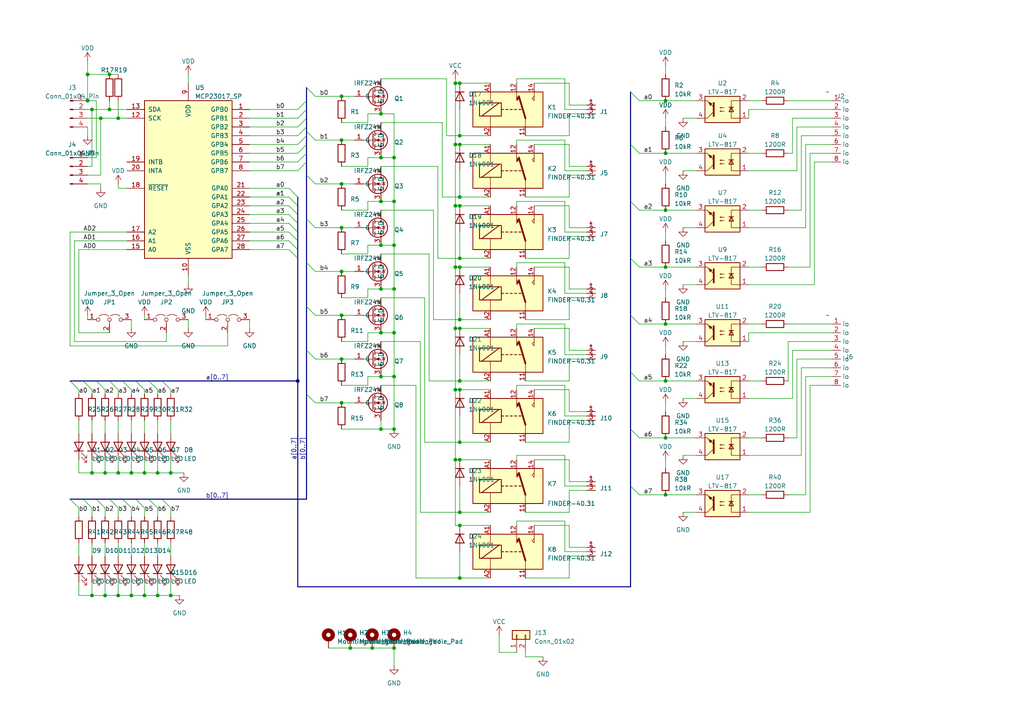
<source format=kicad_sch>
(kicad_sch (version 20230121) (generator eeschema)
  (paper "A4")
  (junction (at 133.35 74.93))
  (junction (at 26.67 31.75))
  (junction (at 29.21 34.29))
  (junction (at 132.08 77.47))
  (junction (at 45.72 137.16))
  (junction (at 99.06 116.84))
  (junction (at 133.35 57.15))
  (junction (at 110.49 83.82))
  (junction (at 193.04 60.96))
  (junction (at 110.49 96.52))
  (junction (at 34.29 34.29))
  (junction (at 86.36 110.49))
  (junction (at 114.3 109.22))
  (junction (at 133.35 152.4))
  (junction (at 133.35 24.13))
  (junction (at 34.29 172.72))
  (junction (at 133.35 95.25))
  (junction (at 132.08 24.13))
  (junction (at 133.35 133.35))
  (junction (at 110.49 124.46))
  (junction (at 132.08 95.25))
  (junction (at 30.48 137.16))
  (junction (at 30.48 172.72))
  (junction (at 114.3 45.72))
  (junction (at 114.3 83.82))
  (junction (at 132.08 59.69))
  (junction (at 110.49 58.42))
  (junction (at 133.35 59.69))
  (junction (at 193.04 77.47))
  (junction (at 99.06 53.34))
  (junction (at 133.35 92.71))
  (junction (at 193.04 29.21))
  (junction (at 99.06 104.14))
  (junction (at 101.6 187.96))
  (junction (at 99.06 66.04))
  (junction (at 133.35 39.37))
  (junction (at 132.08 113.03))
  (junction (at 114.3 96.52))
  (junction (at 193.04 127))
  (junction (at 38.1 137.16))
  (junction (at 99.06 78.74))
  (junction (at 41.91 137.16))
  (junction (at 132.08 41.91))
  (junction (at 133.35 41.91))
  (junction (at 38.1 172.72))
  (junction (at 26.67 172.72))
  (junction (at 31.75 31.75))
  (junction (at 25.4 29.21))
  (junction (at 99.06 27.94))
  (junction (at 132.08 133.35))
  (junction (at 110.49 109.22))
  (junction (at 114.3 124.46))
  (junction (at 133.35 110.49))
  (junction (at 41.91 172.72))
  (junction (at 110.49 45.72))
  (junction (at 114.3 187.96))
  (junction (at 114.3 58.42))
  (junction (at 49.53 137.16))
  (junction (at 133.35 167.64))
  (junction (at 133.35 128.27))
  (junction (at 34.29 137.16))
  (junction (at 99.06 91.44))
  (junction (at 133.35 148.59))
  (junction (at 31.75 21.59))
  (junction (at 107.95 187.96))
  (junction (at 99.06 40.64))
  (junction (at 114.3 71.12))
  (junction (at 49.53 172.72))
  (junction (at 45.72 172.72))
  (junction (at 193.04 143.51))
  (junction (at 133.35 113.03))
  (junction (at 193.04 110.49))
  (junction (at 193.04 44.45))
  (junction (at 26.67 137.16))
  (junction (at 110.49 33.02))
  (junction (at 110.49 71.12))
  (junction (at 25.4 21.59))
  (junction (at 193.04 93.98))
  (junction (at 133.35 77.47))
  (bus_entry (at 182.88 41.91) (size 2.54 2.54))
  (bus_entry (at 20.32 110.49) (size 2.54 2.54))
  (bus_entry (at 83.82 59.69) (size 2.54 2.54))
  (bus_entry (at 182.88 91.44) (size 2.54 2.54))
  (bus_entry (at 182.88 26.67) (size 2.54 2.54))
  (bus_entry (at 88.9 46.99) (size -2.54 2.54))
  (bus_entry (at 83.82 64.77) (size 2.54 2.54))
  (bus_entry (at 83.82 62.23) (size 2.54 2.54))
  (bus_entry (at 88.9 50.8) (size 2.54 2.54))
  (bus_entry (at 88.9 44.45) (size -2.54 2.54))
  (bus_entry (at 83.82 57.15) (size 2.54 2.54))
  (bus_entry (at 83.82 67.31) (size 2.54 2.54))
  (bus_entry (at 88.9 31.75) (size -2.54 2.54))
  (bus_entry (at 39.37 110.49) (size 2.54 2.54))
  (bus_entry (at 88.9 41.91) (size -2.54 2.54))
  (bus_entry (at 24.13 144.78) (size 2.54 2.54))
  (bus_entry (at 27.94 110.49) (size 2.54 2.54))
  (bus_entry (at 182.88 74.93) (size 2.54 2.54))
  (bus_entry (at 20.32 144.78) (size 2.54 2.54))
  (bus_entry (at 46.99 144.78) (size 2.54 2.54))
  (bus_entry (at 182.88 107.95) (size 2.54 2.54))
  (bus_entry (at 31.75 144.78) (size 2.54 2.54))
  (bus_entry (at 88.9 76.2) (size 2.54 2.54))
  (bus_entry (at 27.94 144.78) (size 2.54 2.54))
  (bus_entry (at 88.9 114.3) (size 2.54 2.54))
  (bus_entry (at 88.9 25.4) (size 2.54 2.54))
  (bus_entry (at 88.9 101.6) (size 2.54 2.54))
  (bus_entry (at 88.9 34.29) (size -2.54 2.54))
  (bus_entry (at 46.99 110.49) (size 2.54 2.54))
  (bus_entry (at 182.88 140.97) (size 2.54 2.54))
  (bus_entry (at 88.9 38.1) (size 2.54 2.54))
  (bus_entry (at 88.9 88.9) (size 2.54 2.54))
  (bus_entry (at 88.9 36.83) (size -2.54 2.54))
  (bus_entry (at 24.13 110.49) (size 2.54 2.54))
  (bus_entry (at 35.56 110.49) (size 2.54 2.54))
  (bus_entry (at 39.37 144.78) (size 2.54 2.54))
  (bus_entry (at 83.82 69.85) (size 2.54 2.54))
  (bus_entry (at 88.9 39.37) (size -2.54 2.54))
  (bus_entry (at 182.88 124.46) (size 2.54 2.54))
  (bus_entry (at 83.82 54.61) (size 2.54 2.54))
  (bus_entry (at 182.88 58.42) (size 2.54 2.54))
  (bus_entry (at 83.82 72.39) (size 2.54 2.54))
  (bus_entry (at 43.18 144.78) (size 2.54 2.54))
  (bus_entry (at 31.75 110.49) (size 2.54 2.54))
  (bus_entry (at 86.36 31.75) (size 2.54 -2.54))
  (bus_entry (at 88.9 63.5) (size 2.54 2.54))
  (bus_entry (at 43.18 110.49) (size 2.54 2.54))
  (bus_entry (at 35.56 144.78) (size 2.54 2.54))
  (bus (pts (xy 88.9 46.99) (xy 88.9 50.8)))
  (wire (pts (xy 41.91 133.35) (xy 41.91 137.16)))
  (wire (pts (xy 26.67 121.92) (xy 26.67 125.73)))
  (wire (pts (xy 99.06 111.76) (xy 106.68 111.76)))
  (wire (pts (xy 25.4 21.59) (xy 25.4 29.21)))
  (wire (pts (xy 234.95 111.76) (xy 241.3 111.76)))
  (wire (pts (xy 22.86 172.72) (xy 26.67 172.72)))
  (wire (pts (xy 49.53 147.32) (xy 49.53 149.86)))
  (wire (pts (xy 22.86 157.48) (xy 22.86 161.29)))
  (wire (pts (xy 110.49 71.12) (xy 114.3 71.12)))
  (wire (pts (xy 121.92 99.06) (xy 110.49 99.06)))
  (bus (pts (xy 88.9 76.2) (xy 88.9 88.9)))
  (bus (pts (xy 43.18 144.78) (xy 46.99 144.78)))
  (wire (pts (xy 165.1 83.82) (xy 170.18 83.82)))
  (bus (pts (xy 27.94 110.49) (xy 31.75 110.49)))
  (wire (pts (xy 120.65 167.64) (xy 133.35 167.64)))
  (wire (pts (xy 234.95 148.59) (xy 234.95 111.76)))
  (wire (pts (xy 72.39 59.69) (xy 83.82 59.69)))
  (wire (pts (xy 133.35 95.25) (xy 142.24 95.25)))
  (wire (pts (xy 149.86 93.98) (xy 149.86 95.25)))
  (wire (pts (xy 31.75 96.52) (xy 22.86 96.52)))
  (bus (pts (xy 86.36 59.69) (xy 86.36 62.23)))
  (wire (pts (xy 149.86 111.76) (xy 149.86 113.03)))
  (wire (pts (xy 149.86 132.08) (xy 149.86 133.35)))
  (wire (pts (xy 163.83 160.02) (xy 163.83 151.13)))
  (wire (pts (xy 232.41 60.96) (xy 232.41 39.37)))
  (wire (pts (xy 165.1 50.8) (xy 170.18 50.8)))
  (wire (pts (xy 110.49 60.96) (xy 125.73 60.96)))
  (wire (pts (xy 129.54 22.86) (xy 110.49 22.86)))
  (wire (pts (xy 165.1 95.25) (xy 165.1 101.6)))
  (wire (pts (xy 45.72 157.48) (xy 45.72 161.29)))
  (wire (pts (xy 30.48 121.92) (xy 30.48 125.73)))
  (wire (pts (xy 91.44 53.34) (xy 99.06 53.34)))
  (wire (pts (xy 49.53 172.72) (xy 52.07 172.72)))
  (wire (pts (xy 91.44 40.64) (xy 99.06 40.64)))
  (wire (pts (xy 228.6 99.06) (xy 241.3 99.06)))
  (wire (pts (xy 193.04 143.51) (xy 201.93 143.51)))
  (wire (pts (xy 114.3 33.02) (xy 114.3 45.72)))
  (wire (pts (xy 41.91 113.03) (xy 41.91 114.3)))
  (wire (pts (xy 165.1 119.38) (xy 170.18 119.38)))
  (wire (pts (xy 165.1 133.35) (xy 165.1 139.7)))
  (wire (pts (xy 22.86 137.16) (xy 26.67 137.16)))
  (wire (pts (xy 132.08 59.69) (xy 132.08 77.47)))
  (wire (pts (xy 165.1 57.15) (xy 165.1 50.8)))
  (wire (pts (xy 233.68 41.91) (xy 233.68 66.04)))
  (wire (pts (xy 165.1 119.38) (xy 165.1 113.03)))
  (wire (pts (xy 193.04 100.33) (xy 193.04 102.87)))
  (wire (pts (xy 41.91 121.92) (xy 41.91 125.73)))
  (bus (pts (xy 88.9 50.8) (xy 88.9 63.5)))
  (wire (pts (xy 45.72 133.35) (xy 45.72 137.16)))
  (wire (pts (xy 110.49 121.92) (xy 110.49 124.46)))
  (wire (pts (xy 217.17 148.59) (xy 234.95 148.59)))
  (wire (pts (xy 54.61 21.59) (xy 54.61 24.13)))
  (wire (pts (xy 26.67 133.35) (xy 26.67 137.16)))
  (bus (pts (xy 88.9 114.3) (xy 88.9 144.78)))
  (wire (pts (xy 72.39 34.29) (xy 86.36 34.29)))
  (wire (pts (xy 25.4 31.75) (xy 26.67 31.75)))
  (bus (pts (xy 27.94 144.78) (xy 31.75 144.78)))
  (wire (pts (xy 163.83 40.64) (xy 149.86 40.64)))
  (wire (pts (xy 163.83 93.98) (xy 163.83 102.87)))
  (wire (pts (xy 26.67 172.72) (xy 30.48 172.72)))
  (wire (pts (xy 123.19 128.27) (xy 133.35 128.27)))
  (wire (pts (xy 110.49 35.56) (xy 128.27 35.56)))
  (wire (pts (xy 41.91 147.32) (xy 41.91 149.86)))
  (bus (pts (xy 39.37 144.78) (xy 43.18 144.78)))
  (wire (pts (xy 154.94 133.35) (xy 165.1 133.35)))
  (wire (pts (xy 132.08 41.91) (xy 132.08 59.69)))
  (wire (pts (xy 101.6 187.96) (xy 107.95 187.96)))
  (wire (pts (xy 34.29 53.34) (xy 34.29 54.61)))
  (wire (pts (xy 163.83 132.08) (xy 163.83 140.97)))
  (wire (pts (xy 114.3 187.96) (xy 114.3 193.04)))
  (bus (pts (xy 88.9 39.37) (xy 88.9 41.91)))
  (wire (pts (xy 30.48 133.35) (xy 30.48 137.16)))
  (wire (pts (xy 72.39 31.75) (xy 86.36 31.75)))
  (wire (pts (xy 25.4 36.83) (xy 25.4 39.37)))
  (wire (pts (xy 99.06 104.14) (xy 102.87 104.14)))
  (wire (pts (xy 193.04 77.47) (xy 201.93 77.47)))
  (wire (pts (xy 241.3 36.83) (xy 231.14 36.83)))
  (wire (pts (xy 45.72 137.16) (xy 49.53 137.16)))
  (bus (pts (xy 182.88 41.91) (xy 182.88 58.42)))
  (wire (pts (xy 20.32 100.33) (xy 20.32 67.31)))
  (wire (pts (xy 95.25 187.96) (xy 101.6 187.96)))
  (wire (pts (xy 149.86 76.2) (xy 149.86 77.47)))
  (wire (pts (xy 21.59 69.85) (xy 36.83 69.85)))
  (wire (pts (xy 132.08 95.25) (xy 132.08 113.03)))
  (wire (pts (xy 165.1 161.29) (xy 170.18 161.29)))
  (wire (pts (xy 217.17 34.29) (xy 217.17 31.75)))
  (wire (pts (xy 107.95 187.96) (xy 114.3 187.96)))
  (wire (pts (xy 142.24 92.71) (xy 133.35 92.71)))
  (wire (pts (xy 193.04 116.84) (xy 193.04 119.38)))
  (wire (pts (xy 34.29 137.16) (xy 38.1 137.16)))
  (wire (pts (xy 48.26 96.52) (xy 48.26 99.06)))
  (wire (pts (xy 133.35 49.53) (xy 133.35 57.15)))
  (wire (pts (xy 217.17 77.47) (xy 220.98 77.47)))
  (wire (pts (xy 165.1 77.47) (xy 165.1 83.82)))
  (wire (pts (xy 193.04 19.05) (xy 193.04 21.59)))
  (wire (pts (xy 106.68 109.22) (xy 110.49 109.22)))
  (wire (pts (xy 149.86 76.2) (xy 163.83 76.2)))
  (wire (pts (xy 217.17 49.53) (xy 231.14 49.53)))
  (wire (pts (xy 34.29 113.03) (xy 34.29 114.3)))
  (wire (pts (xy 30.48 137.16) (xy 34.29 137.16)))
  (wire (pts (xy 165.1 30.48) (xy 165.1 24.13)))
  (bus (pts (xy 182.88 74.93) (xy 182.88 91.44)))
  (wire (pts (xy 133.35 148.59) (xy 142.24 148.59)))
  (wire (pts (xy 129.54 39.37) (xy 129.54 22.86)))
  (wire (pts (xy 185.42 110.49) (xy 193.04 110.49)))
  (wire (pts (xy 142.24 24.13) (xy 133.35 24.13)))
  (wire (pts (xy 170.18 86.36) (xy 165.1 86.36)))
  (wire (pts (xy 170.18 160.02) (xy 163.83 160.02)))
  (wire (pts (xy 193.04 133.35) (xy 193.04 135.89)))
  (wire (pts (xy 193.04 50.8) (xy 193.04 53.34)))
  (bus (pts (xy 86.36 64.77) (xy 86.36 67.31)))
  (wire (pts (xy 25.4 21.59) (xy 31.75 21.59)))
  (wire (pts (xy 165.1 39.37) (xy 165.1 33.02)))
  (bus (pts (xy 86.36 74.93) (xy 86.36 110.49)))
  (wire (pts (xy 185.42 143.51) (xy 193.04 143.51)))
  (wire (pts (xy 127 74.93) (xy 133.35 74.93)))
  (wire (pts (xy 144.78 189.23) (xy 144.78 184.15)))
  (wire (pts (xy 66.04 100.33) (xy 20.32 100.33)))
  (wire (pts (xy 217.17 132.08) (xy 232.41 132.08)))
  (wire (pts (xy 99.06 60.96) (xy 106.68 60.96)))
  (wire (pts (xy 125.73 60.96) (xy 125.73 92.71)))
  (wire (pts (xy 91.44 27.94) (xy 99.06 27.94)))
  (wire (pts (xy 21.59 99.06) (xy 21.59 69.85)))
  (wire (pts (xy 132.08 24.13) (xy 132.08 41.91)))
  (bus (pts (xy 88.9 41.91) (xy 88.9 44.45)))
  (bus (pts (xy 88.9 29.21) (xy 88.9 31.75)))
  (wire (pts (xy 72.39 44.45) (xy 86.36 44.45)))
  (wire (pts (xy 236.22 46.99) (xy 241.3 46.99)))
  (wire (pts (xy 165.1 158.75) (xy 170.18 158.75)))
  (wire (pts (xy 54.61 92.71) (xy 54.61 95.25)))
  (wire (pts (xy 185.42 60.96) (xy 193.04 60.96)))
  (wire (pts (xy 34.29 29.21) (xy 34.29 34.29)))
  (wire (pts (xy 165.1 68.58) (xy 170.18 68.58)))
  (bus (pts (xy 88.9 88.9) (xy 88.9 101.6)))
  (wire (pts (xy 241.3 101.6) (xy 229.87 101.6)))
  (wire (pts (xy 41.91 91.44) (xy 41.91 92.71)))
  (wire (pts (xy 25.4 48.26) (xy 26.67 48.26)))
  (wire (pts (xy 217.17 29.21) (xy 220.98 29.21)))
  (wire (pts (xy 154.94 41.91) (xy 165.1 41.91)))
  (wire (pts (xy 128.27 57.15) (xy 133.35 57.15)))
  (wire (pts (xy 152.4 57.15) (xy 165.1 57.15)))
  (wire (pts (xy 152.4 74.93) (xy 165.1 74.93)))
  (wire (pts (xy 165.1 104.14) (xy 165.1 110.49)))
  (wire (pts (xy 110.49 86.36) (xy 123.19 86.36)))
  (bus (pts (xy 88.9 44.45) (xy 88.9 46.99)))
  (wire (pts (xy 198.12 66.04) (xy 201.93 66.04)))
  (wire (pts (xy 165.1 142.24) (xy 165.1 148.59)))
  (wire (pts (xy 72.39 67.31) (xy 83.82 67.31)))
  (wire (pts (xy 133.35 148.59) (xy 121.92 148.59)))
  (wire (pts (xy 217.17 110.49) (xy 220.98 110.49)))
  (wire (pts (xy 170.18 49.53) (xy 163.83 49.53)))
  (wire (pts (xy 72.39 39.37) (xy 86.36 39.37)))
  (wire (pts (xy 132.08 59.69) (xy 133.35 59.69)))
  (wire (pts (xy 170.18 104.14) (xy 165.1 104.14)))
  (wire (pts (xy 72.39 36.83) (xy 86.36 36.83)))
  (wire (pts (xy 38.1 137.16) (xy 41.91 137.16)))
  (wire (pts (xy 49.53 133.35) (xy 49.53 137.16)))
  (wire (pts (xy 38.1 168.91) (xy 38.1 172.72)))
  (wire (pts (xy 234.95 77.47) (xy 234.95 44.45)))
  (wire (pts (xy 34.29 157.48) (xy 34.29 161.29)))
  (bus (pts (xy 88.9 34.29) (xy 88.9 36.83)))
  (wire (pts (xy 114.3 45.72) (xy 114.3 58.42)))
  (wire (pts (xy 217.17 44.45) (xy 220.98 44.45)))
  (wire (pts (xy 133.35 113.03) (xy 142.24 113.03)))
  (wire (pts (xy 163.83 102.87) (xy 170.18 102.87)))
  (wire (pts (xy 133.35 102.87) (xy 133.35 110.49)))
  (wire (pts (xy 26.67 113.03) (xy 26.67 114.3)))
  (wire (pts (xy 154.94 113.03) (xy 165.1 113.03)))
  (wire (pts (xy 54.61 82.55) (xy 54.61 80.01)))
  (wire (pts (xy 133.35 24.13) (xy 132.08 24.13)))
  (wire (pts (xy 124.46 73.66) (xy 124.46 110.49)))
  (wire (pts (xy 132.08 24.13) (xy 132.08 22.86)))
  (wire (pts (xy 49.53 137.16) (xy 53.34 137.16)))
  (wire (pts (xy 49.53 157.48) (xy 49.53 161.29)))
  (wire (pts (xy 170.18 30.48) (xy 165.1 30.48)))
  (wire (pts (xy 72.39 62.23) (xy 83.82 62.23)))
  (wire (pts (xy 99.06 116.84) (xy 102.87 116.84)))
  (wire (pts (xy 72.39 92.71) (xy 72.39 95.25)))
  (wire (pts (xy 59.69 91.44) (xy 59.69 92.71)))
  (bus (pts (xy 86.36 170.18) (xy 182.88 170.18)))
  (bus (pts (xy 182.88 140.97) (xy 182.88 170.18)))
  (wire (pts (xy 22.86 147.32) (xy 22.86 149.86)))
  (wire (pts (xy 110.49 48.26) (xy 127 48.26)))
  (wire (pts (xy 149.86 93.98) (xy 163.83 93.98)))
  (wire (pts (xy 29.21 53.34) (xy 29.21 54.61)))
  (wire (pts (xy 154.94 152.4) (xy 165.1 152.4)))
  (wire (pts (xy 22.86 113.03) (xy 22.86 114.3)))
  (wire (pts (xy 241.3 41.91) (xy 233.68 41.91)))
  (wire (pts (xy 25.4 53.34) (xy 29.21 53.34)))
  (wire (pts (xy 34.29 121.92) (xy 34.29 125.73)))
  (wire (pts (xy 133.35 39.37) (xy 129.54 39.37)))
  (wire (pts (xy 25.4 45.72) (xy 27.94 45.72)))
  (wire (pts (xy 185.42 44.45) (xy 193.04 44.45)))
  (wire (pts (xy 26.67 137.16) (xy 30.48 137.16)))
  (wire (pts (xy 133.35 74.93) (xy 142.24 74.93)))
  (wire (pts (xy 114.3 71.12) (xy 114.3 83.82)))
  (bus (pts (xy 88.9 36.83) (xy 88.9 38.1)))
  (wire (pts (xy 110.49 83.82) (xy 114.3 83.82)))
  (wire (pts (xy 133.35 133.35) (xy 132.08 133.35)))
  (wire (pts (xy 133.35 140.97) (xy 133.35 148.59)))
  (wire (pts (xy 133.35 39.37) (xy 142.24 39.37)))
  (wire (pts (xy 48.26 99.06) (xy 21.59 99.06)))
  (wire (pts (xy 241.3 109.22) (xy 233.68 109.22)))
  (wire (pts (xy 154.94 77.47) (xy 165.1 77.47)))
  (wire (pts (xy 106.68 33.02) (xy 110.49 33.02)))
  (wire (pts (xy 120.65 111.76) (xy 120.65 167.64)))
  (wire (pts (xy 133.35 57.15) (xy 142.24 57.15)))
  (wire (pts (xy 163.83 140.97) (xy 170.18 140.97)))
  (wire (pts (xy 185.42 77.47) (xy 193.04 77.47)))
  (wire (pts (xy 231.14 104.14) (xy 231.14 127)))
  (wire (pts (xy 66.04 96.52) (xy 66.04 100.33)))
  (wire (pts (xy 34.29 54.61) (xy 36.83 54.61)))
  (wire (pts (xy 124.46 110.49) (xy 133.35 110.49)))
  (wire (pts (xy 26.67 48.26) (xy 26.67 31.75)))
  (wire (pts (xy 228.6 110.49) (xy 228.6 99.06)))
  (wire (pts (xy 231.14 127) (xy 228.6 127)))
  (wire (pts (xy 241.3 104.14) (xy 231.14 104.14)))
  (wire (pts (xy 228.6 44.45) (xy 229.87 44.45)))
  (wire (pts (xy 34.29 168.91) (xy 34.29 172.72)))
  (bus (pts (xy 86.36 67.31) (xy 86.36 69.85)))
  (wire (pts (xy 217.17 99.06) (xy 217.17 96.52)))
  (wire (pts (xy 217.17 96.52) (xy 241.3 96.52)))
  (wire (pts (xy 165.1 24.13) (xy 154.94 24.13)))
  (wire (pts (xy 217.17 60.96) (xy 220.98 60.96)))
  (wire (pts (xy 229.87 34.29) (xy 241.3 34.29)))
  (wire (pts (xy 228.6 60.96) (xy 232.41 60.96)))
  (wire (pts (xy 38.1 147.32) (xy 38.1 149.86)))
  (wire (pts (xy 72.39 69.85) (xy 83.82 69.85)))
  (wire (pts (xy 217.17 82.55) (xy 236.22 82.55)))
  (wire (pts (xy 149.86 132.08) (xy 163.83 132.08)))
  (wire (pts (xy 31.75 21.59) (xy 34.29 21.59)))
  (wire (pts (xy 165.1 66.04) (xy 170.18 66.04)))
  (bus (pts (xy 86.36 72.39) (xy 86.36 74.93)))
  (wire (pts (xy 22.86 72.39) (xy 36.83 72.39)))
  (wire (pts (xy 198.12 34.29) (xy 201.93 34.29)))
  (wire (pts (xy 25.4 91.44) (xy 25.4 92.71)))
  (wire (pts (xy 133.35 92.71) (xy 133.35 85.09)))
  (wire (pts (xy 26.67 157.48) (xy 26.67 161.29)))
  (wire (pts (xy 41.91 157.48) (xy 41.91 161.29)))
  (wire (pts (xy 149.86 58.42) (xy 149.86 59.69)))
  (wire (pts (xy 231.14 36.83) (xy 231.14 49.53)))
  (wire (pts (xy 133.35 31.75) (xy 133.35 39.37)))
  (wire (pts (xy 142.24 167.64) (xy 133.35 167.64)))
  (wire (pts (xy 30.48 168.91) (xy 30.48 172.72)))
  (wire (pts (xy 198.12 115.57) (xy 201.93 115.57)))
  (wire (pts (xy 154.94 59.69) (xy 165.1 59.69)))
  (wire (pts (xy 114.3 58.42) (xy 114.3 71.12)))
  (wire (pts (xy 217.17 31.75) (xy 241.3 31.75)))
  (wire (pts (xy 163.83 67.31) (xy 163.83 58.42)))
  (wire (pts (xy 99.06 66.04) (xy 102.87 66.04)))
  (wire (pts (xy 198.12 82.55) (xy 201.93 82.55)))
  (wire (pts (xy 25.4 17.78) (xy 25.4 21.59)))
  (wire (pts (xy 234.95 44.45) (xy 241.3 44.45)))
  (wire (pts (xy 132.08 113.03) (xy 132.08 133.35)))
  (wire (pts (xy 91.44 91.44) (xy 99.06 91.44)))
  (wire (pts (xy 152.4 190.5) (xy 152.4 189.23)))
  (wire (pts (xy 133.35 77.47) (xy 132.08 77.47)))
  (wire (pts (xy 133.35 133.35) (xy 142.24 133.35)))
  (bus (pts (xy 88.9 38.1) (xy 88.9 39.37)))
  (wire (pts (xy 229.87 44.45) (xy 229.87 34.29)))
  (wire (pts (xy 132.08 152.4) (xy 132.08 133.35)))
  (wire (pts (xy 125.73 92.71) (xy 133.35 92.71)))
  (wire (pts (xy 163.83 111.76) (xy 149.86 111.76)))
  (wire (pts (xy 106.68 60.96) (xy 106.68 58.42)))
  (wire (pts (xy 163.83 120.65) (xy 163.83 111.76)))
  (wire (pts (xy 45.72 172.72) (xy 49.53 172.72)))
  (wire (pts (xy 198.12 99.06) (xy 201.93 99.06)))
  (wire (pts (xy 45.72 113.03) (xy 45.72 114.3)))
  (wire (pts (xy 132.08 95.25) (xy 132.08 77.47)))
  (wire (pts (xy 163.83 76.2) (xy 163.83 85.09)))
  (wire (pts (xy 163.83 58.42) (xy 149.86 58.42)))
  (wire (pts (xy 133.35 41.91) (xy 142.24 41.91)))
  (wire (pts (xy 217.17 143.51) (xy 220.98 143.51)))
  (wire (pts (xy 152.4 39.37) (xy 165.1 39.37)))
  (wire (pts (xy 163.83 151.13) (xy 149.86 151.13)))
  (bus (pts (xy 24.13 144.78) (xy 27.94 144.78)))
  (wire (pts (xy 99.06 48.26) (xy 106.68 48.26)))
  (wire (pts (xy 106.68 58.42) (xy 110.49 58.42)))
  (wire (pts (xy 193.04 83.82) (xy 193.04 86.36)))
  (wire (pts (xy 110.49 73.66) (xy 124.46 73.66)))
  (wire (pts (xy 41.91 172.72) (xy 45.72 172.72)))
  (wire (pts (xy 34.29 133.35) (xy 34.29 137.16)))
  (wire (pts (xy 106.68 86.36) (xy 106.68 83.82)))
  (wire (pts (xy 132.08 113.03) (xy 133.35 113.03)))
  (wire (pts (xy 91.44 66.04) (xy 99.06 66.04)))
  (wire (pts (xy 149.86 189.23) (xy 144.78 189.23)))
  (wire (pts (xy 132.08 152.4) (xy 133.35 152.4)))
  (wire (pts (xy 229.87 101.6) (xy 229.87 115.57)))
  (wire (pts (xy 110.49 124.46) (xy 114.3 124.46)))
  (wire (pts (xy 165.1 121.92) (xy 170.18 121.92)))
  (wire (pts (xy 30.48 147.32) (xy 30.48 149.86)))
  (bus (pts (xy 182.88 91.44) (xy 182.88 107.95)))
  (wire (pts (xy 133.35 95.25) (xy 132.08 95.25)))
  (wire (pts (xy 38.1 172.72) (xy 41.91 172.72)))
  (wire (pts (xy 128.27 35.56) (xy 128.27 57.15)))
  (wire (pts (xy 99.06 27.94) (xy 102.87 27.94)))
  (bus (pts (xy 86.36 57.15) (xy 86.36 59.69)))
  (wire (pts (xy 185.42 29.21) (xy 193.04 29.21)))
  (wire (pts (xy 34.29 34.29) (xy 36.83 34.29)))
  (wire (pts (xy 106.68 48.26) (xy 106.68 45.72)))
  (wire (pts (xy 152.4 92.71) (xy 165.1 92.71)))
  (wire (pts (xy 31.75 29.21) (xy 31.75 31.75)))
  (wire (pts (xy 72.39 49.53) (xy 86.36 49.53)))
  (wire (pts (xy 106.68 73.66) (xy 106.68 71.12)))
  (wire (pts (xy 163.83 49.53) (xy 163.83 40.64)))
  (wire (pts (xy 72.39 57.15) (xy 83.82 57.15)))
  (bus (pts (xy 182.88 107.95) (xy 182.88 124.46)))
  (bus (pts (xy 46.99 110.49) (xy 86.36 110.49)))
  (wire (pts (xy 193.04 93.98) (xy 201.93 93.98)))
  (wire (pts (xy 99.06 99.06) (xy 106.68 99.06)))
  (wire (pts (xy 99.06 53.34) (xy 102.87 53.34)))
  (wire (pts (xy 99.06 86.36) (xy 106.68 86.36)))
  (wire (pts (xy 38.1 157.48) (xy 38.1 161.29)))
  (wire (pts (xy 72.39 72.39) (xy 83.82 72.39)))
  (wire (pts (xy 106.68 111.76) (xy 106.68 109.22)))
  (wire (pts (xy 106.68 71.12) (xy 110.49 71.12)))
  (wire (pts (xy 26.67 147.32) (xy 26.67 149.86)))
  (wire (pts (xy 165.1 139.7) (xy 170.18 139.7)))
  (wire (pts (xy 149.86 40.64) (xy 149.86 41.91)))
  (wire (pts (xy 170.18 31.75) (xy 163.83 31.75)))
  (wire (pts (xy 110.49 109.22) (xy 114.3 109.22)))
  (wire (pts (xy 106.68 35.56) (xy 106.68 33.02)))
  (bus (pts (xy 20.32 144.78) (xy 24.13 144.78)))
  (wire (pts (xy 38.1 121.92) (xy 38.1 125.73)))
  (wire (pts (xy 99.06 124.46) (xy 110.49 124.46)))
  (bus (pts (xy 43.18 110.49) (xy 46.99 110.49)))
  (wire (pts (xy 45.72 168.91) (xy 45.72 172.72)))
  (wire (pts (xy 20.32 67.31) (xy 36.83 67.31)))
  (wire (pts (xy 106.68 83.82) (xy 110.49 83.82)))
  (wire (pts (xy 157.48 190.5) (xy 152.4 190.5)))
  (wire (pts (xy 34.29 147.32) (xy 34.29 149.86)))
  (wire (pts (xy 106.68 45.72) (xy 110.49 45.72)))
  (wire (pts (xy 99.06 73.66) (xy 106.68 73.66)))
  (wire (pts (xy 170.18 142.24) (xy 165.1 142.24)))
  (wire (pts (xy 91.44 104.14) (xy 99.06 104.14)))
  (wire (pts (xy 30.48 172.72) (xy 34.29 172.72)))
  (wire (pts (xy 99.06 40.64) (xy 102.87 40.64)))
  (wire (pts (xy 99.06 91.44) (xy 102.87 91.44)))
  (wire (pts (xy 121.92 99.06) (xy 121.92 148.59)))
  (wire (pts (xy 228.6 29.21) (xy 241.3 29.21)))
  (wire (pts (xy 198.12 49.53) (xy 201.93 49.53)))
  (wire (pts (xy 99.06 35.56) (xy 106.68 35.56)))
  (bus (pts (xy 86.36 69.85) (xy 86.36 72.39)))
  (wire (pts (xy 165.1 33.02) (xy 170.18 33.02)))
  (bus (pts (xy 46.99 144.78) (xy 88.9 144.78)))
  (wire (pts (xy 193.04 60.96) (xy 201.93 60.96)))
  (bus (pts (xy 31.75 144.78) (xy 35.56 144.78)))
  (wire (pts (xy 38.1 113.03) (xy 38.1 114.3)))
  (bus (pts (xy 88.9 101.6) (xy 88.9 114.3)))
  (wire (pts (xy 228.6 77.47) (xy 234.95 77.47)))
  (wire (pts (xy 152.4 128.27) (xy 165.1 128.27)))
  (wire (pts (xy 193.04 127) (xy 201.93 127)))
  (wire (pts (xy 114.3 83.82) (xy 114.3 96.52)))
  (wire (pts (xy 22.86 96.52) (xy 22.86 72.39)))
  (wire (pts (xy 165.1 110.49) (xy 152.4 110.49)))
  (wire (pts (xy 106.68 96.52) (xy 110.49 96.52)))
  (wire (pts (xy 72.39 41.91) (xy 86.36 41.91)))
  (wire (pts (xy 26.67 31.75) (xy 31.75 31.75)))
  (wire (pts (xy 25.4 50.8) (xy 29.21 50.8)))
  (wire (pts (xy 127 48.26) (xy 127 74.93)))
  (wire (pts (xy 152.4 167.64) (xy 165.1 167.64)))
  (wire (pts (xy 49.53 113.03) (xy 49.53 114.3)))
  (wire (pts (xy 163.83 85.09) (xy 170.18 85.09)))
  (wire (pts (xy 217.17 115.57) (xy 229.87 115.57)))
  (wire (pts (xy 133.35 59.69) (xy 142.24 59.69)))
  (wire (pts (xy 163.83 31.75) (xy 163.83 22.86)))
  (wire (pts (xy 110.49 33.02) (xy 114.3 33.02)))
  (wire (pts (xy 22.86 121.92) (xy 22.86 125.73)))
  (wire (pts (xy 149.86 151.13) (xy 149.86 152.4)))
  (wire (pts (xy 165.1 128.27) (xy 165.1 121.92)))
  (bus (pts (xy 88.9 63.5) (xy 88.9 76.2)))
  (wire (pts (xy 233.68 143.51) (xy 228.6 143.51)))
  (wire (pts (xy 193.04 44.45) (xy 201.93 44.45)))
  (wire (pts (xy 91.44 78.74) (xy 99.06 78.74)))
  (wire (pts (xy 232.41 39.37) (xy 241.3 39.37)))
  (wire (pts (xy 165.1 158.75) (xy 165.1 152.4)))
  (wire (pts (xy 72.39 46.99) (xy 86.36 46.99)))
  (wire (pts (xy 133.35 110.49) (xy 142.24 110.49)))
  (wire (pts (xy 217.17 66.04) (xy 233.68 66.04)))
  (wire (pts (xy 198.12 148.59) (xy 201.93 148.59)))
  (wire (pts (xy 41.91 137.16) (xy 45.72 137.16)))
  (wire (pts (xy 152.4 148.59) (xy 165.1 148.59)))
  (bus (pts (xy 24.13 110.49) (xy 27.94 110.49)))
  (wire (pts (xy 165.1 167.64) (xy 165.1 161.29)))
  (wire (pts (xy 114.3 109.22) (xy 114.3 124.46)))
  (wire (pts (xy 133.35 152.4) (xy 142.24 152.4)))
  (bus (pts (xy 182.88 26.67) (xy 182.88 41.91)))
  (bus (pts (xy 182.88 58.42) (xy 182.88 74.93)))
  (wire (pts (xy 26.67 168.91) (xy 26.67 172.72)))
  (wire (pts (xy 106.68 99.06) (xy 106.68 96.52)))
  (bus (pts (xy 182.88 124.46) (xy 182.88 140.97)))
  (wire (pts (xy 45.72 121.92) (xy 45.72 125.73)))
  (wire (pts (xy 149.86 22.86) (xy 149.86 24.13)))
  (wire (pts (xy 41.91 168.91) (xy 41.91 172.72)))
  (bus (pts (xy 35.56 110.49) (xy 39.37 110.49)))
  (bus (pts (xy 88.9 25.4) (xy 88.9 29.21)))
  (wire (pts (xy 165.1 101.6) (xy 170.18 101.6)))
  (wire (pts (xy 30.48 113.03) (xy 30.48 114.3)))
  (wire (pts (xy 22.86 133.35) (xy 22.86 137.16)))
  (wire (pts (xy 236.22 46.99) (xy 236.22 82.55)))
  (wire (pts (xy 133.35 167.64) (xy 133.35 160.02)))
  (wire (pts (xy 133.35 77.47) (xy 142.24 77.47)))
  (bus (pts (xy 88.9 31.75) (xy 88.9 34.29)))
  (wire (pts (xy 193.04 67.31) (xy 193.04 69.85)))
  (wire (pts (xy 99.06 78.74) (xy 102.87 78.74)))
  (wire (pts (xy 49.53 121.92) (xy 49.53 125.73)))
  (bus (pts (xy 39.37 110.49) (xy 43.18 110.49)))
  (wire (pts (xy 232.41 106.68) (xy 241.3 106.68)))
  (wire (pts (xy 34.29 172.72) (xy 38.1 172.72)))
  (wire (pts (xy 27.94 29.21) (xy 25.4 29.21)))
  (bus (pts (xy 31.75 110.49) (xy 35.56 110.49)))
  (bus (pts (xy 20.32 110.49) (xy 24.13 110.49)))
  (wire (pts (xy 25.4 34.29) (xy 29.21 34.29)))
  (wire (pts (xy 132.08 41.91) (xy 133.35 41.91)))
  (wire (pts (xy 193.04 110.49) (xy 201.93 110.49)))
  (wire (pts (xy 232.41 132.08) (xy 232.41 106.68)))
  (wire (pts (xy 110.49 96.52) (xy 114.3 96.52)))
  (wire (pts (xy 91.44 116.84) (xy 99.06 116.84)))
  (wire (pts (xy 233.68 109.22) (xy 233.68 143.51)))
  (wire (pts (xy 72.39 64.77) (xy 83.82 64.77)))
  (wire (pts (xy 133.35 120.65) (xy 133.35 128.27)))
  (wire (pts (xy 31.75 31.75) (xy 36.83 31.75)))
  (wire (pts (xy 165.1 41.91) (xy 165.1 48.26)))
  (wire (pts (xy 49.53 168.91) (xy 49.53 172.72)))
  (wire (pts (xy 110.49 45.72) (xy 114.3 45.72)))
  (wire (pts (xy 163.83 22.86) (xy 149.86 22.86)))
  (wire (pts (xy 38.1 92.71) (xy 38.1 95.25)))
  (wire (pts (xy 154.94 95.25) (xy 165.1 95.25)))
  (wire (pts (xy 110.49 58.42) (xy 114.3 58.42)))
  (wire (pts (xy 22.86 168.91) (xy 22.86 172.72)))
  (wire (pts (xy 114.3 96.52) (xy 114.3 109.22)))
  (wire (pts (xy 110.49 111.76) (xy 120.65 111.76)))
  (bus (pts (xy 35.56 144.78) (xy 39.37 144.78)))
  (bus (pts (xy 86.36 62.23) (xy 86.36 64.77)))
  (wire (pts (xy 193.04 34.29) (xy 193.04 36.83)))
  (wire (pts (xy 165.1 86.36) (xy 165.1 92.71)))
  (wire (pts (xy 123.19 86.36) (xy 123.19 128.27)))
  (wire (pts (xy 29.21 50.8) (xy 29.21 34.29)))
  (wire (pts (xy 27.94 45.72) (xy 27.94 29.21)))
  (wire (pts (xy 228.6 93.98) (xy 241.3 93.98)))
  (wire (pts (xy 133.35 128.27) (xy 142.24 128.27)))
  (wire (pts (xy 170.18 120.65) (xy 163.83 120.65)))
  (wire (pts (xy 217.17 127) (xy 220.98 127)))
  (wire (pts (xy 165.1 66.04) (xy 165.1 59.69)))
  (wire (pts (xy 45.72 147.32) (xy 45.72 149.86)))
  (wire (pts (xy 72.39 54.61) (xy 83.82 54.61)))
  (wire (pts (xy 133.35 67.31) (xy 133.35 74.93)))
  (wire (pts (xy 165.1 48.26) (xy 170.18 48.26)))
  (wire (pts (xy 217.17 93.98) (xy 220.98 93.98)))
  (wire (pts (xy 30.48 157.48) (xy 30.48 161.29)))
  (wire (pts (xy 185.42 127) (xy 193.04 127)))
  (wire (pts (xy 198.12 132.08) (xy 201.93 132.08)))
  (wire (pts (xy 193.04 29.21) (xy 201.93 29.21)))
  (bus (pts (xy 86.36 110.49) (xy 86.36 170.18)))
  (wire (pts (xy 38.1 133.35) (xy 38.1 137.16)))
  (wire (pts (xy 185.42 93.98) (xy 193.04 93.98)))
  (wire (pts (xy 170.18 67.31) (xy 163.83 67.31)))
  (wire (pts (xy 165.1 74.93) (xy 165.1 68.58)))
  (wire (pts (xy 29.21 34.29) (xy 34.29 34.29)))
  (label "b3" (at 34.29 148.59 0))
  (label "b4" (at 80.01 41.91 0))
  (label "b2" (at 80.01 36.83 0))
  (label "b4" (at 38.1 148.59 0))
  (label "b2" (at 92.71 53.34 0))
  (label "b6" (at 80.01 46.99 0))
  (label "b1" (at 80.01 34.29 0))
  (label "a4" (at 80.01 64.77 0))
  (label "a2" (at 30.48 114.3 0))
  (label "a3" (at 186.69 77.47 0))
  (label "b7" (at 92.71 116.84 0))
  (label "b3" (at 92.71 66.04 0))
  (label "b0" (at 22.86 148.59 0))
  (label "a1" (at 186.69 44.45 0))
  (label "b0" (at 80.01 31.75 0))
  (label "a1" (at 80.01 57.15 0))
  (label "a5" (at 41.91 114.3 0))
  (label "b6" (at 92.71 104.14 0))
  (label "a6" (at 45.72 114.3 0))
  (label "a0" (at 186.69 29.21 0))
  (label "a3" (at 80.01 62.23 0))
  (label "a7" (at 49.53 114.3 0))
  (label "a0" (at 22.86 114.3 0))
  (label "b7" (at 49.53 148.59 0))
  (label "a5" (at 80.01 67.31 0))
  (label "b5" (at 92.71 91.44 0))
  (label "a6" (at 80.01 69.85 0))
  (label "b2" (at 30.48 148.59 0))
  (label "a1" (at 80.01 57.15 0))
  (label "a1" (at 26.67 114.3 0))
  (label "b5" (at 80.01 44.45 0))
  (label "b1" (at 26.67 148.59 0))
  (label "a0" (at 80.01 54.61 0))
  (label "a2" (at 186.69 60.96 0))
  (label "b5" (at 41.91 148.59 0))
  (label "a7" (at 186.69 143.51 0))
  (label "a7" (at 80.01 72.39 0))
  (label "a4" (at 38.1 114.3 0))
  (label "b7" (at 80.01 49.53 0))
  (label "a2" (at 80.01 59.69 0))
  (label "AD0" (at 24.13 72.39 0))
  (label "b[0..7]" (at 88.9 133.35 90))
  (label "a4" (at 186.69 93.98 0))
  (label "b4" (at 92.71 78.74 0))
  (label "a[0..7]" (at 59.69 110.49 0))
  (label "a6" (at 186.69 127 0))
  (label "a3" (at 34.29 114.3 0))
  (label "AD1" (at 24.13 69.85 0))
  (label "b[0..7]" (at 59.69 144.78 0))
  (label "b3" (at 80.01 39.37 0))
  (label "b1" (at 92.71 40.64 0))
  (label "b0" (at 92.71 27.94 0))
  (label "AD2" (at 24.13 67.31 0))
  (label "b6" (at 45.72 148.59 0))
  (label "a[0..7]" (at 86.36 133.35 90))
  (label "a5" (at 186.69 110.49 0))
  (symbol (lib_id "Jumper:Jumper_3_Open") (at 31.75 92.71 0) (unit 1)
    (property "Reference" "JP1" (at 31.75 87.63 0))
    (property "Value" "Jumper_3_Open" (at 31.75 85.09 0))
    (property "Footprint" "Connector_PinHeader_2.54mm:PinHeader_1x03_P2.54mm_Vertical" (effects hide))
  )
  (symbol (lib_id "Diode:1N4001") (at 133.35 156.21 270) (unit 1)
    (property "Reference" "D24" (at 135.89 155.575 90) (effects (justify left)))
    (property "Value" "1N4001" (at 135.89 158.115 90) (effects (justify left)))
    (property "Footprint" "Diode_THT:D_DO-41_SOD81_P10.16mm_Horizontal" (effects hide))
    (property "Datasheet" "http://www.vishay.com/docs/88503/1n4001.pdf" (effects hide))
    (property "Sim.Device" "D" (effects hide))
    (property "Sim.Pins" "1=K 2=A" (effects hide))
  )
  (symbol (lib_id "Connector:Conn_01x04_Pin") (at 20.32 31.75 0) (unit 1)
    (property "Reference" "J3" (at 20.955 25.4 0))
    (property "Value" "Conn_01x04_Pin" (at 20.955 27.94 0))
    (property "Footprint" "Connector_PinHeader_2.54mm:PinHeader_1x04_P2.54mm_Vertical" (effects hide))
  )
  (symbol (lib_id "Mechanical:MountingHole_Pad") (at 107.95 185.42 0) (unit 1)
    (property "Reference" "H3" (at 110.49 183.515 0) (effects (justify left)))
    (property "Value" "MountingHole_Pad" (at 110.49 186.055 0) (effects (justify left)))
    (property "Footprint" "MountingHole:MountingHole_3.2mm_M3_DIN965_Pad_TopBottom" (effects hide))
  )
  (symbol (lib_id "Device:LED") (at 49.53 165.1 90) (unit 1)
    (property "Reference" "D16" (at 53.34 166.0525 90) (effects (justify right)))
    (property "Value" "LED" (at 53.34 168.5925 90) (effects (justify right)))
    (property "Footprint" "LED_THT:LED_D5.0mm" (effects hide))
  )
  (symbol (lib_id "Relay:FINDER-40.31") (at 147.32 85.09 0) (unit 1)
    (property "Reference" "K4" (at 158.75 84.455 0) (effects (justify left)))
    (property "Value" "FINDER-40.31" (at 158.75 86.995 0) (effects (justify left)))
    (property "Footprint" "Relay_THT:Relay_SPDT_Finder_40.31" (effects hide))
    (property "Datasheet" "http://gfinder.findernet.com/assets/Series/353/S40EN.pdf" (effects hide))
  )
  (symbol (lib_id "Device:R") (at 99.06 120.65 180) (unit 1)
    (property "Reference" "R15" (at 101.6 121.285 0) (effects (justify right)))
    (property "Value" "100kR" (effects hide))
    (property "Footprint" "Resistor_THT:R_Axial_DIN0204_L3.6mm_D1.6mm_P7.62mm_Horizontal" (effects hide))
  )
  (symbol (lib_id "parts_tma_1:AST_041-3") (at 171.45 31.75 0) (unit 1)
    (property "Reference" "J1" (at 173.99 32.385 0) (effects (justify left)))
    (property "Value" "~" (at 171.45 29.21 0))
    (property "Footprint" "parts_tma_1:AST_041-3" (effects hide))
  )
  (symbol (lib_id "parts_tma_1:IRFZ_24N") (at 109.22 116.84 0) (unit 1)
    (property "Reference" "Q8" (at 114.3 117.475 0) (effects (justify left)))
    (property "Value" "IRFZ24N" (at 106.68 113.03 0))
    (property "Footprint" "Package_TO_SOT_THT:TO-220-3_Vertical" (effects hide))
  )
  (symbol (lib_id "power:VDD") (at 25.4 91.44 0) (unit 1)
    (property "Reference" "#PWR019" (effects hide))
    (property "Value" "VDD" (at 25.4 87.63 0))
  )
  (symbol (lib_id "Device:R") (at 193.04 57.15 0) (unit 1)
    (property "Reference" "R10" (at 195.58 56.515 0) (effects (justify left)))
    (property "Value" "10kR" (at 195.58 59.055 0) (effects (justify left)))
    (property "Footprint" "Resistor_THT:R_Axial_DIN0204_L3.6mm_D1.6mm_P7.62mm_Horizontal" (effects hide))
  )
  (symbol (lib_id "power:GND") (at 38.1 95.25 0) (unit 1)
    (property "Reference" "#PWR027" (effects hide))
    (property "Value" "GND" (at 38.1 100.33 0))
  )
  (symbol (lib_id "parts_tma_1:AST041-8") (at 241.3 29.21 0) (mirror y) (unit 1)
    (property "Reference" "J2" (at 243.84 27.94 0))
    (property "Value" "~" (at 240.03 26.67 0))
    (property "Footprint" "parts_tma_1:AST041-08" (effects hide))
  )
  (symbol (lib_id "Device:R") (at 99.06 31.75 180) (unit 1)
    (property "Reference" "R1" (at 101.6 32.385 0) (effects (justify right)))
    (property "Value" "100kR" (effects hide))
    (property "Footprint" "Resistor_THT:R_Axial_DIN0204_L3.6mm_D1.6mm_P7.62mm_Horizontal" (effects hide))
  )
  (symbol (lib_id "power:GND") (at 52.07 172.72 0) (unit 1)
    (property "Reference" "#PWR045" (effects hide))
    (property "Value" "GND" (at 52.07 177.8 0))
  )
  (symbol (lib_id "power:GND") (at 54.61 95.25 0) (unit 1)
    (property "Reference" "#PWR028" (effects hide))
    (property "Value" "GND" (at 54.61 100.33 0))
  )
  (symbol (lib_id "power:VDD") (at 193.04 100.33 0) (unit 1)
    (property "Reference" "#PWR021" (effects hide))
    (property "Value" "VDD" (at 193.04 96.52 0))
  )
  (symbol (lib_id "Device:R") (at 30.48 118.11 180) (unit 1)
    (property "Reference" "R27" (at 33.02 118.745 0) (effects (justify right)))
    (property "Value" "330R" (effects hide))
    (property "Footprint" "Resistor_THT:R_Axial_DIN0204_L3.6mm_D1.6mm_P7.62mm_Horizontal" (effects hide))
  )
  (symbol (lib_id "Device:R") (at 193.04 123.19 0) (unit 1)
    (property "Reference" "R34" (at 195.58 122.555 0) (effects (justify left)))
    (property "Value" "10kR" (at 195.58 125.095 0) (effects (justify left)))
    (property "Footprint" "Resistor_THT:R_Axial_DIN0204_L3.6mm_D1.6mm_P7.62mm_Horizontal" (effects hide))
  )
  (symbol (lib_id "parts_tma_1:AST_041-3") (at 171.45 85.09 0) (unit 1)
    (property "Reference" "J8" (at 173.99 85.725 0) (effects (justify left)))
    (property "Value" "~" (at 171.45 82.55 0))
    (property "Footprint" "parts_tma_1:AST_041-3" (effects hide))
  )
  (symbol (lib_id "Device:R") (at 34.29 25.4 180) (unit 1)
    (property "Reference" "R19" (at 33.02 20.32 0) (effects (justify right)))
    (property "Value" "4k7" (effects hide))
    (property "Footprint" "Resistor_THT:R_Axial_DIN0204_L3.6mm_D1.6mm_P7.62mm_Horizontal" (effects hide))
  )
  (symbol (lib_id "Device:R") (at 49.53 118.11 180) (unit 1)
    (property "Reference" "R32" (at 52.07 118.745 0) (effects (justify right)))
    (property "Value" "330R" (effects hide))
    (property "Footprint" "Resistor_THT:R_Axial_DIN0204_L3.6mm_D1.6mm_P7.62mm_Horizontal" (effects hide))
  )
  (symbol (lib_id "Device:R") (at 22.86 153.67 180) (unit 1)
    (property "Reference" "R41" (at 25.4 154.305 0) (effects (justify right)))
    (property "Value" "330R" (effects hide))
    (property "Footprint" "Resistor_THT:R_Axial_DIN0204_L3.6mm_D1.6mm_P7.62mm_Horizontal" (effects hide))
  )
  (symbol (lib_id "Device:R") (at 224.79 127 90) (unit 1)
    (property "Reference" "R36" (at 224.79 121.92 90))
    (property "Value" "1200R" (at 224.79 124.46 90))
    (property "Footprint" "Resistor_THT:R_Axial_DIN0204_L3.6mm_D1.6mm_P7.62mm_Horizontal" (effects hide))
  )
  (symbol (lib_id "Device:R") (at 99.06 57.15 180) (unit 1)
    (property "Reference" "R5" (at 101.6 57.785 0) (effects (justify right)))
    (property "Value" "100kR" (effects hide))
    (property "Footprint" "Resistor_THT:R_Axial_DIN0204_L3.6mm_D1.6mm_P7.62mm_Horizontal" (effects hide))
  )
  (symbol (lib_id "parts_tma_1:IRFZ_24N") (at 109.22 40.64 0) (unit 1)
    (property "Reference" "Q2" (at 114.3 41.275 0) (effects (justify left)))
    (property "Value" "IRFZ24N" (at 106.68 36.83 0))
    (property "Footprint" "Package_TO_SOT_THT:TO-220-3_Vertical" (effects hide))
  )
  (symbol (lib_id "power:VDD") (at 193.04 116.84 0) (unit 1)
    (property "Reference" "#PWR018" (effects hide))
    (property "Value" "VDD" (at 193.04 113.03 0))
  )
  (symbol (lib_id "Device:R") (at 193.04 40.64 0) (unit 1)
    (property "Reference" "R6" (at 195.58 40.005 0) (effects (justify left)))
    (property "Value" "10kR" (at 195.58 42.545 0) (effects (justify left)))
    (property "Footprint" "Resistor_THT:R_Axial_DIN0204_L3.6mm_D1.6mm_P7.62mm_Horizontal" (effects hide))
  )
  (symbol (lib_id "parts_tma_1:IRFZ_24N") (at 109.22 78.74 0) (unit 1)
    (property "Reference" "Q5" (at 114.3 79.375 0) (effects (justify left)))
    (property "Value" "IRFZ24N" (at 106.68 74.93 0))
    (property "Footprint" "Package_TO_SOT_THT:TO-220-3_Vertical" (effects hide))
  )
  (symbol (lib_id "power:GND") (at 198.12 99.06 0) (unit 1)
    (property "Reference" "#PWR032" (effects hide))
    (property "Value" "GND" (at 198.12 104.14 0))
  )
  (symbol (lib_id "Device:R") (at 224.79 77.47 90) (unit 1)
    (property "Reference" "R16" (at 224.79 72.39 90))
    (property "Value" "1200R" (at 224.79 74.93 90))
    (property "Footprint" "Resistor_THT:R_Axial_DIN0204_L3.6mm_D1.6mm_P7.62mm_Horizontal" (effects hide))
  )
  (symbol (lib_id "power:VDD") (at 25.4 17.78 0) (unit 1)
    (property "Reference" "#PWR03" (effects hide))
    (property "Value" "VDD" (at 25.4 13.97 0))
  )
  (symbol (lib_id "power:VDD") (at 193.04 67.31 0) (unit 1)
    (property "Reference" "#PWR024" (effects hide))
    (property "Value" "VDD" (at 193.04 63.5 0))
  )
  (symbol (lib_id "Relay:FINDER-40.31") (at 147.32 67.31 0) (unit 1)
    (property "Reference" "K3" (at 158.75 66.675 0) (effects (justify left)))
    (property "Value" "FINDER-40.31" (at 158.75 69.215 0) (effects (justify left)))
    (property "Footprint" "Relay_THT:Relay_SPDT_Finder_40.31" (effects hide))
    (property "Datasheet" "http://gfinder.findernet.com/assets/Series/353/S40EN.pdf" (effects hide))
  )
  (symbol (lib_id "power:VDD") (at 193.04 19.05 0) (unit 1)
    (property "Reference" "#PWR02" (effects hide))
    (property "Value" "VDD" (at 193.04 15.24 0))
  )
  (symbol (lib_id "Isolator:LTV-817") (at 209.55 96.52 180) (unit 1)
    (property "Reference" "U11" (at 209.55 88.9 0))
    (property "Value" "LTV-817" (at 209.55 91.44 0))
    (property "Footprint" "Package_DIP:DIP-4_W7.62mm" (effects hide))
    (property "Datasheet" "http://www.us.liteon.com/downloads/LTV-817-827-847.PDF" (effects hide))
  )
  (symbol (lib_id "power:GND") (at 53.34 137.16 0) (unit 1)
    (property "Reference" "#PWR042" (effects hide))
    (property "Value" "GND" (at 53.34 142.24 0))
  )
  (symbol (lib_id "Device:R") (at 99.06 44.45 180) (unit 1)
    (property "Reference" "R3" (at 101.6 45.085 0) (effects (justify right)))
    (property "Value" "100kR" (effects hide))
    (property "Footprint" "Resistor_THT:R_Axial_DIN0204_L3.6mm_D1.6mm_P7.62mm_Horizontal" (effects hide))
  )
  (symbol (lib_id "Mechanical:MountingHole_Pad") (at 95.25 185.42 0) (unit 1)
    (property "Reference" "H1" (at 97.79 183.515 0) (effects (justify left)))
    (property "Value" "MountingHole_Pad" (at 97.79 186.055 0) (effects (justify left)))
    (property "Footprint" "MountingHole:MountingHole_3.2mm_M3_DIN965_Pad_TopBottom" (effects hide))
  )
  (symbol (lib_id "Device:LED") (at 22.86 165.1 90) (unit 1)
    (property "Reference" "D9" (at 26.67 159.7025 90) (effects (justify right)))
    (property "Value" "LED" (at 26.67 168.5925 90) (effects (justify right)))
    (property "Footprint" "LED_THT:LED_D5.0mm" (effects hide))
  )
  (symbol (lib_id "Device:R") (at 38.1 153.67 180) (unit 1)
    (property "Reference" "R45" (at 40.64 154.305 0) (effects (justify right)))
    (property "Value" "330R" (effects hide))
    (property "Footprint" "Resistor_THT:R_Axial_DIN0204_L3.6mm_D1.6mm_P7.62mm_Horizontal" (effects hide))
  )
  (symbol (lib_id "Relay:FINDER-40.31") (at 147.32 140.97 0) (unit 1)
    (property "Reference" "K7" (at 158.75 140.335 0) (effects (justify left)))
    (property "Value" "FINDER-40.31" (at 158.75 146.05 0) (effects (justify left)))
    (property "Footprint" "Relay_THT:Relay_SPDT_Finder_40.31" (effects hide))
    (property "Datasheet" "http://gfinder.findernet.com/assets/Series/353/S40EN.pdf" (effects hide))
  )
  (symbol (lib_id "Device:R") (at 45.72 153.67 180) (unit 1)
    (property "Reference" "R47" (at 48.26 154.305 0) (effects (justify right)))
    (property "Value" "330R" (effects hide))
    (property "Footprint" "Resistor_THT:R_Axial_DIN0204_L3.6mm_D1.6mm_P7.62mm_Horizontal" (effects hide))
  )
  (symbol (lib_id "parts_tma_1:AST_041-3") (at 171.45 160.02 0) (unit 1)
    (property "Reference" "J12" (at 173.99 160.655 0) (effects (justify left)))
    (property "Value" "~" (at 171.45 157.48 0))
    (property "Footprint" "parts_tma_1:AST_041-3" (effects hide))
  )
  (symbol (lib_id "Device:LED") (at 34.29 165.1 90) (unit 1)
    (property "Reference" "D12" (at 38.1 159.7025 90) (effects (justify right)))
    (property "Value" "LED" (at 38.1 168.5925 90) (effects (justify right)))
    (property "Footprint" "LED_THT:LED_D5.0mm" (effects hide))
  )
  (symbol (lib_id "Device:R") (at 31.75 25.4 180) (unit 1)
    (property "Reference" "R17" (at 29.21 20.32 0) (effects (justify right)))
    (property "Value" "4k7" (effects hide))
    (property "Footprint" "Resistor_THT:R_Axial_DIN0204_L3.6mm_D1.6mm_P7.62mm_Horizontal" (effects hide))
  )
  (symbol (lib_id "Diode:1N4001") (at 133.35 137.16 270) (unit 1)
    (property "Reference" "D23" (at 135.89 136.525 90) (effects (justify left)))
    (property "Value" "1N4001" (at 135.89 139.065 90) (effects (justify left)))
    (property "Footprint" "Diode_THT:D_DO-41_SOD81_P10.16mm_Horizontal" (effects hide))
    (property "Datasheet" "http://www.vishay.com/docs/88503/1n4001.pdf" (effects hide))
    (property "Sim.Device" "D" (effects hide))
    (property "Sim.Pins" "1=K 2=A" (effects hide))
  )
  (symbol (lib_id "Diode:1N4001") (at 133.35 27.94 270) (unit 1)
    (property "Reference" "D17" (at 135.89 27.305 90) (effects (justify left)))
    (property "Value" "1N4001" (at 135.89 29.845 90) (effects (justify left)))
    (property "Footprint" "Diode_THT:D_DO-41_SOD81_P10.16mm_Horizontal" (effects hide))
    (property "Datasheet" "http://www.vishay.com/docs/88503/1n4001.pdf" (effects hide))
    (property "Sim.Device" "D" (effects hide))
    (property "Sim.Pins" "1=K 2=A" (effects hide))
  )
  (symbol (lib_id "Device:R") (at 34.29 118.11 180) (unit 1)
    (property "Reference" "R28" (at 36.83 118.745 0) (effects (justify right)))
    (property "Value" "330R" (effects hide))
    (property "Footprint" "Resistor_THT:R_Axial_DIN0204_L3.6mm_D1.6mm_P7.62mm_Horizontal" (effects hide))
  )
  (symbol (lib_id "power:GND") (at 198.12 148.59 0) (unit 1)
    (property "Reference" "#PWR044" (effects hide))
    (property "Value" "GND" (at 198.12 153.67 0))
  )
  (symbol (lib_id "power:GND") (at 114.3 124.46 0) (unit 1)
    (property "Reference" "#PWR05" (effects hide))
    (property "Value" "GND" (at 114.3 129.54 0))
  )
  (symbol (lib_id "power:VDD") (at 41.91 91.44 0) (unit 1)
    (property "Reference" "#PWR016" (effects hide))
    (property "Value" "VDD" (at 41.91 87.63 0))
  )
  (symbol (lib_id "parts_tma_1:AST_041-3") (at 171.45 49.53 0) (unit 1)
    (property "Reference" "J5" (at 173.99 50.165 0) (effects (justify left)))
    (property "Value" "~" (at 171.45 46.99 0))
    (property "Footprint" "parts_tma_1:AST_041-3" (effects hide))
  )
  (symbol (lib_id "Jumper:Jumper_3_Open") (at 48.26 92.71 0) (unit 1)
    (property "Reference" "JP2" (at 48.26 87.63 0))
    (property "Value" "Jumper_3_Open" (at 48.26 85.09 0))
    (property "Footprint" "Connector_PinHeader_2.54mm:PinHeader_1x03_P2.54mm_Vertical" (effects hide))
  )
  (symbol (lib_id "parts_tma_1:IRFZ_24N") (at 109.22 53.34 0) (unit 1)
    (property "Reference" "Q3" (at 114.3 53.975 0) (effects (justify left)))
    (property "Value" "IRFZ24N" (at 106.68 49.53 0))
    (property "Footprint" "Package_TO_SOT_THT:TO-220-3_Vertical" (effects hide))
  )
  (symbol (lib_id "parts_tma_1:IRFZ_24N") (at 109.22 104.14 0) (unit 1)
    (property "Reference" "Q7" (at 114.3 104.775 0) (effects (justify left)))
    (property "Value" "IRFZ24N" (at 106.68 100.33 0))
    (property "Footprint" "Package_TO_SOT_THT:TO-220-3_Vertical" (effects hide))
  )
  (symbol (lib_id "power:VDD") (at 34.29 53.34 0) (unit 1)
    (property "Reference" "#PWR011" (effects hide))
    (property "Value" "VDD" (at 34.29 49.53 0))
  )
  (symbol (lib_id "Device:LED") (at 26.67 129.54 90) (unit 1)
    (property "Reference" "D2" (at 30.48 130.4925 90) (effects (justify right)))
    (property "Value" "LED" (at 30.48 133.0325 90) (effects (justify right)))
    (property "Footprint" "LED_THT:LED_D5.0mm" (effects hide))
  )
  (symbol (lib_id "power:GND") (at 198.12 115.57 0) (unit 1)
    (property "Reference" "#PWR036" (effects hide))
    (property "Value" "GND" (at 198.12 120.65 0))
  )
  (symbol (lib_id "Device:R") (at 224.79 44.45 90) (unit 1)
    (property "Reference" "R8" (at 224.79 39.37 90))
    (property "Value" "1200R" (at 224.79 41.91 90))
    (property "Footprint" "Resistor_THT:R_Axial_DIN0204_L3.6mm_D1.6mm_P7.62mm_Horizontal" (effects hide))
  )
  (symbol (lib_id "power:GND") (at 114.3 193.04 0) (unit 1)
    (property "Reference" "#PWR046" (effects hide))
    (property "Value" "GND" (at 114.3 198.12 0))
  )
  (symbol (lib_id "Device:R") (at 224.79 93.98 90) (unit 1)
    (property "Reference" "R20" (at 224.79 88.9 90))
    (property "Value" "1200R" (at 224.79 91.44 90))
    (property "Footprint" "Resistor_THT:R_Axial_DIN0204_L3.6mm_D1.6mm_P7.62mm_Horizontal" (effects hide))
  )
  (symbol (lib_id "power:GND") (at 198.12 34.29 0) (unit 1)
    (property "Reference" "#PWR08" (effects hide))
    (property "Value" "GND" (at 198.12 39.37 0))
  )
  (symbol (lib_id "power:GND") (at 157.48 190.5 0) (unit 1)
    (property "Reference" "#PWR010" (effects hide))
    (property "Value" "GND" (at 157.48 195.58 0))
  )
  (symbol (lib_id "Diode:1N4001") (at 133.35 99.06 270) (unit 1)
    (property "Reference" "D21" (at 135.89 98.425 90) (effects (justify left)))
    (property "Value" "1N4001" (at 135.89 100.965 90) (effects (justify left)))
    (property "Footprint" "Diode_THT:D_DO-41_SOD81_P10.16mm_Horizontal" (effects hide))
    (property "Datasheet" "http://www.vishay.com/docs/88503/1n4001.pdf" (effects hide))
    (property "Sim.Device" "D" (effects hide))
    (property "Sim.Pins" "1=K 2=A" (effects hide))
  )
  (symbol (lib_id "parts_tma_1:AST_041-3") (at 171.45 120.65 0) (unit 1)
    (property "Reference" "J10" (at 173.99 121.285 0) (effects (justify left)))
    (property "Value" "~" (at 171.45 118.11 0))
    (property "Footprint" "parts_tma_1:AST_041-3" (effects hide))
  )
  (symbol (lib_id "parts_tma_1:IRFZ_24N") (at 109.22 27.94 0) (unit 1)
    (property "Reference" "Q1" (at 114.3 28.575 0) (effects (justify left)))
    (property "Value" "IRFZ24N" (at 106.68 24.13 0))
    (property "Footprint" "Package_TO_SOT_THT:TO-220-3_Vertical" (effects hide))
  )
  (symbol (lib_id "Device:R") (at 26.67 153.67 180) (unit 1)
    (property "Reference" "R42" (at 29.21 154.305 0) (effects (justify right)))
    (property "Value" "330R" (effects hide))
    (property "Footprint" "Resistor_THT:R_Axial_DIN0204_L3.6mm_D1.6mm_P7.62mm_Horizontal" (effects hide))
  )
  (symbol (lib_id "Device:R") (at 34.29 153.67 180) (unit 1)
    (property "Reference" "R44" (at 36.83 154.305 0) (effects (justify right)))
    (property "Value" "330R" (effects hide))
    (property "Footprint" "Resistor_THT:R_Axial_DIN0204_L3.6mm_D1.6mm_P7.62mm_Horizontal" (effects hide))
  )
  (symbol (lib_id "Diode:1N4001") (at 133.35 116.84 270) (unit 1)
    (property "Reference" "D22" (at 135.89 116.205 90) (effects (justify left)))
    (property "Value" "1N4001" (at 135.89 118.745 90) (effects (justify left)))
    (property "Footprint" "Diode_THT:D_DO-41_SOD81_P10.16mm_Horizontal" (effects hide))
    (property "Datasheet" "http://www.vishay.com/docs/88503/1n4001.pdf" (effects hide))
    (property "Sim.Device" "D" (effects hide))
    (property "Sim.Pins" "1=K 2=A" (effects hide))
  )
  (symbol (lib_id "power:GND") (at 25.4 39.37 0) (unit 1)
    (property "Reference" "#PWR09" (effects hide))
    (property "Value" "GND" (at 25.4 44.45 0))
  )
  (symbol (lib_id "Device:LED") (at 38.1 129.54 90) (unit 1)
    (property "Reference" "D5" (at 41.91 130.4925 90) (effects (justify right)))
    (property "Value" "LED" (at 41.91 133.0325 90) (effects (justify right)))
    (property "Footprint" "LED_THT:LED_D5.0mm" (effects hide))
  )
  (symbol (lib_id "Device:R") (at 41.91 153.67 180) (unit 1)
    (property "Reference" "R46" (at 44.45 154.305 0) (effects (justify right)))
    (property "Value" "330R" (effects hide))
    (property "Footprint" "Resistor_THT:R_Axial_DIN0204_L3.6mm_D1.6mm_P7.62mm_Horizontal" (effects hide))
  )
  (symbol (lib_id "power:VDD") (at 59.69 91.44 0) (unit 1)
    (property "Reference" "#PWR015" (effects hide))
    (property "Value" "VDD" (at 59.69 87.63 0))
  )
  (symbol (lib_id "power:GND") (at 198.12 66.04 0) (unit 1)
    (property "Reference" "#PWR017" (effects hide))
    (property "Value" "GND" (at 198.12 71.12 0))
  )
  (symbol (lib_id "Connector_Generic:Conn_01x02") (at 149.86 184.15 90) (unit 1)
    (property "Reference" "J13" (at 154.94 183.515 90) (effects (justify right)))
    (property "Value" "Conn_01x02" (at 154.94 186.055 90) (effects (justify right)))
    (property "Footprint" "Connector_PinHeader_2.54mm:PinHeader_1x02_P2.54mm_Vertical" (effects hide))
  )
  (symbol (lib_id "Device:R") (at 45.72 118.11 180) (unit 1)
    (property "Reference" "R31" (at 48.26 118.745 0) (effects (justify right)))
    (property "Value" "330R" (effects hide))
    (property "Footprint" "Resistor_THT:R_Axial_DIN0204_L3.6mm_D1.6mm_P7.62mm_Horizontal" (effects hide))
  )
  (symbol (lib_id "Device:R") (at 193.04 90.17 0) (unit 1)
    (property "Reference" "R18" (at 195.58 89.535 0) (effects (justify left)))
    (property "Value" "10kR" (at 195.58 92.075 0) (effects (justify left)))
    (property "Footprint" "Resistor_THT:R_Axial_DIN0204_L3.6mm_D1.6mm_P7.62mm_Horizontal" (effects hide))
  )
  (symbol (lib_id "Device:LED") (at 34.29 129.54 90) (unit 1)
    (property "Reference" "D4" (at 38.1 130.4925 90) (effects (justify right)))
    (property "Value" "LED" (at 38.1 133.0325 90) (effects (justify right)))
    (property "Footprint" "LED_THT:LED_D5.0mm" (effects hide))
  )
  (symbol (lib_id "Relay:FINDER-40.31") (at 147.32 160.02 0) (unit 1)
    (property "Reference" "K8" (at 158.75 159.385 0) (effects (justify left)))
    (property "Value" "FINDER-40.31" (at 158.75 161.925 0) (effects (justify left)))
    (property "Footprint" "Relay_THT:Relay_SPDT_Finder_40.31" (effects hide))
    (property "Datasheet" "http://gfinder.findernet.com/assets/Series/353/S40EN.pdf" (effects hide))
  )
  (symbol (lib_id "Interface_Expansion:MCP23017_SP") (at 54.61 52.07 0) (unit 1)
    (property "Reference" "U5" (at 56.5659 25.4 0) (effects (justify left)))
    (property "Value" "MCP23017_SP" (at 56.5659 27.94 0) (effects (justify left)))
    (property "Footprint" "Package_DIP:DIP-28_W7.62mm" (effects hide))
    (property "Datasheet" "http://ww1.microchip.com/downloads/en/DeviceDoc/20001952C.pdf" (effects hide))
  )
  (symbol (lib_id "Device:R") (at 224.79 143.51 90) (unit 1)
    (property "Reference" "R40" (at 224.79 138.43 90))
    (property "Value" "1200R" (at 224.79 140.97 90))
    (property "Footprint" "Resistor_THT:R_Axial_DIN0204_L3.6mm_D1.6mm_P7.62mm_Horizontal" (effects hide))
  )
  (symbol (lib_id "Device:R") (at 22.86 118.11 180) (unit 1)
    (property "Reference" "R25" (at 25.4 118.745 0) (effects (justify right)))
    (property "Value" "330R" (effects hide))
    (property "Footprint" "Resistor_THT:R_Axial_DIN0204_L3.6mm_D1.6mm_P7.62mm_Horizontal" (effects hide))
  )
  (symbol (lib_id "parts_tma_1:AST041-8") (at 241.3 93.98 0) (mirror y) (unit 1)
    (property "Reference" "J6" (at 245.11 103.505 0) (effects (justify right)))
    (property "Value" "~" (at 240.03 91.44 0))
    (property "Footprint" "parts_tma_1:AST041-08" (effects hide))
  )
  (symbol (lib_id "Isolator:LTV-817") (at 209.55 46.99 180) (unit 1)
    (property "Reference" "U4" (at 209.55 39.37 0))
    (property "Value" "LTV-817" (at 209.55 41.91 0))
    (property "Footprint" "Package_DIP:DIP-4_W7.62mm" (effects hide))
    (property "Datasheet" "http://www.us.liteon.com/downloads/LTV-817-827-847.PDF" (effects hide))
  )
  (symbol (lib_id "power:VDD") (at 193.04 133.35 0) (unit 1)
    (property "Reference" "#PWR025" (effects hide))
    (property "Value" "VDD" (at 193.04 129.54 0))
  )
  (symbol (lib_id "power:GND") (at 198.12 82.55 0) (unit 1)
    (property "Reference" "#PWR022" (effects hide))
    (property "Value" "GND" (at 198.12 87.63 0))
  )
  (symbol (lib_id "Relay:FINDER-40.31") (at 147.32 31.75 0) (unit 1)
    (property "Reference" "K1" (at 158.75 31.115 0) (effects (justify left)))
    (property "Value" "FINDER-40.31" (at 158.75 33.655 0) (effects (justify left)))
    (property "Footprint" "Relay_THT:Relay_SPDT_Finder_40.31" (effects hide))
    (property "Datasheet" "http://gfinder.findernet.com/assets/Series/353/S40EN.pdf" (effects hide))
  )
  (symbol (lib_id "Connector:Conn_01x04_Pin") (at 20.32 48.26 0) (unit 1)
    (property "Reference" "J4" (at 20.955 41.91 0))
    (property "Value" "Conn_01x04_Pin" (at 20.955 44.45 0))
    (property "Footprint" "Connector_PinHeader_2.54mm:PinHeader_1x04_P2.54mm_Vertical" (effects hide))
  )
  (symbol (lib_id "Device:R") (at 193.04 25.4 0) (unit 1)
    (property "Reference" "R2" (at 195.58 24.765 0) (effects (justify left)))
    (property "Value" "10kR" (at 195.58 27.305 0) (effects (justify left)))
    (property "Footprint" "Resistor_THT:R_Axial_DIN0204_L3.6mm_D1.6mm_P7.62mm_Horizontal" (effects hide))
  )
  (symbol (lib_id "Device:R") (at 193.04 106.68 0) (unit 1)
    (property "Reference" "R22" (at 195.58 106.045 0) (effects (justify left)))
    (property "Value" "10kR" (at 195.58 108.585 0) (effects (justify left)))
    (property "Footprint" "Resistor_THT:R_Axial_DIN0204_L3.6mm_D1.6mm_P7.62mm_Horizontal" (effects hide))
  )
  (symbol (lib_id "power:GND") (at 198.12 132.08 0) (unit 1)
    (property "Reference" "#PWR040" (effects hide))
    (property "Value" "GND" (at 198.12 137.16 0))
  )
  (symbol (lib_id "Device:LED") (at 41.91 165.1 90) (unit 1)
    (property "Reference" "D14" (at 45.72 159.7025 90) (effects (justify right)))
    (property "Value" "LED" (at 45.72 168.5925 90) (effects (justify right)))
    (property "Footprint" "LED_THT:LED_D5.0mm" (effects hide))
  )
  (symbol (lib_id "power:VDD") (at 54.61 21.59 0) (unit 1)
    (property "Reference" "#PWR04" (effects hide))
    (property "Value" "VDD" (at 54.61 17.78 0))
  )
  (symbol (lib_id "Isolator:LTV-817") (at 209.55 80.01 180) (unit 1)
    (property "Reference" "U9" (at 209.55 72.39 0))
    (property "Value" "LTV-817" (at 209.55 74.93 0))
    (property "Footprint" "Package_DIP:DIP-4_W7.62mm" (effects hide))
    (property "Datasheet" "http://www.us.liteon.com/downloads/LTV-817-827-847.PDF" (effects hide))
  )
  (symbol (lib_id "Device:R") (at 99.06 107.95 180) (unit 1)
    (property "Reference" "R13" (at 101.6 108.585 0) (effects (justify right)))
    (property "Value" "100kR" (effects hide))
    (property "Footprint" "Resistor_THT:R_Axial_DIN0204_L3.6mm_D1.6mm_P7.62mm_Horizontal" (effects hide))
  )
  (symbol (lib_id "Relay:FINDER-40.31") (at 147.32 120.65 0) (unit 1)
    (property "Reference" "K6" (at 158.75 120.015 0) (effects (justify left)))
    (property "Value" "FINDER-40.31" (at 158.75 122.555 0) (effects (justify left)))
    (property "Footprint" "Relay_THT:Relay_SPDT_Finder_40.31" (effects hide))
    (property "Datasheet" "http://gfinder.findernet.com/assets/Series/353/S40EN.pdf" (effects hide))
  )
  (symbol (lib_id "Device:R") (at 38.1 118.11 180) (unit 1)
    (property "Reference" "R29" (at 40.64 118.745 0) (effects (justify right)))
    (property "Value" "330R" (effects hide))
    (property "Footprint" "Resistor_THT:R_Axial_DIN0204_L3.6mm_D1.6mm_P7.62mm_Horizontal" (effects hide))
  )
  (symbol (lib_id "power:VDD") (at 193.04 50.8 0) (unit 1)
    (property "Reference" "#PWR07" (effects hide))
    (property "Value" "VDD" (at 193.04 46.99 0))
  )
  (symbol (lib_id "Device:R") (at 224.79 60.96 90) (unit 1)
    (property "Reference" "R12" (at 224.79 55.88 90))
    (property "Value" "1200R" (at 224.79 58.42 90))
    (property "Footprint" "Resistor_THT:R_Axial_DIN0204_L3.6mm_D1.6mm_P7.62mm_Horizontal" (effects hide))
  )
  (symbol (lib_id "power:VDD") (at 193.04 83.82 0) (unit 1)
    (property "Reference" "#PWR023" (effects hide))
    (property "Value" "VDD" (at 193.04 80.01 0))
  )
  (symbol (lib_id "Device:R") (at 99.06 82.55 180) (unit 1)
    (property "Reference" "R9" (at 101.6 83.185 0) (effects (justify right)))
    (property "Value" "100kR" (effects hide))
    (property "Footprint" "Resistor_THT:R_Axial_DIN0204_L3.6mm_D1.6mm_P7.62mm_Horizontal" (effects hide))
  )
  (symbol (lib_id "Device:R") (at 41.91 118.11 180) (unit 1)
    (property "Reference" "R30" (at 44.45 118.745 0) (effects (justify right)))
    (property "Value" "330R" (effects hide))
    (property "Footprint" "Resistor_THT:R_Axial_DIN0204_L3.6mm_D1.6mm_P7.62mm_Horizontal" (effects hide))
  )
  (symbol (lib_id "power:VCC") (at 132.08 22.86 0) (unit 1)
    (property "Reference" "#PWR01" (effects hide))
    (property "Value" "VCC" (at 132.08 19.05 0))
  )
  (symbol (lib_id "power:GND") (at 54.61 82.55 0) (unit 1)
    (property "Reference" "#PWR020" (effects hide))
    (property "Value" "GND" (at 54.61 90.17 0))
  )
  (symbol (lib_id "Relay:FINDER-40.31") (at 147.32 49.53 0) (unit 1)
    (property "Reference" "K2" (at 158.75 48.895 0) (effects (justify left)))
    (property "Value" "FINDER-40.31" (at 158.75 51.435 0) (effects (justify left)))
    (property "Footprint" "Relay_THT:Relay_SPDT_Finder_40.31" (effects hide))
    (property "Datasheet" "http://gfinder.findernet.com/assets/Series/353/S40EN.pdf" (effects hide))
  )
  (symbol (lib_id "Relay:FINDER-40.31") (at 147.32 102.87 0) (unit 1)
    (property "Reference" "K5" (at 158.75 102.235 0) (effects (justify left)))
    (property "Value" "FINDER-40.31" (at 158.75 104.775 0) (effects (justify left)))
    (property "Footprint" "Relay_THT:Relay_SPDT_Finder_40.31" (effects hide))
    (property "Datasheet" "http://gfinder.findernet.com/assets/Series/353/S40EN.pdf" (effects hide))
  )
  (symbol (lib_id "Diode:1N4001") (at 133.35 81.28 270) (unit 1)
    (property "Reference" "D20" (at 135.89 80.645 90) (effects (justify left)))
    (property "Value" "1N4001" (at 135.89 83.185 90) (effects (justify left)))
    (property "Footprint" "Diode_THT:D_DO-41_SOD81_P10.16mm_Horizontal" (effects hide))
    (property "Datasheet" "http://www.vishay.com/docs/88503/1n4001.pdf" (effects hide))
    (property "Sim.Device" "D" (effects hide))
    (property "Sim.Pins" "1=K 2=A" (effects hide))
  )
  (symbol (lib_id "parts_tma_1:IRFZ_24N") (at 109.22 66.04 0) (unit 1)
    (property "Reference" "Q4" (at 114.3 66.675 0) (effects (justify left)))
    (property "Value" "IRFZ24N" (at 106.68 62.23 0))
    (property "Footprint" "Package_TO_SOT_THT:TO-220-3_Vertical" (effects hide))
  )
  (symbol (lib_id "parts_tma_1:AST_041-3") (at 171.45 102.87 0) (unit 1)
    (property "Reference" "J9" (at 173.99 103.505 0) (effects (justify left)))
    (property "Value" "~" (at 171.45 100.33 0))
    (property "Footprint" "parts_tma_1:AST_041-3" (effects hide))
  )
  (symbol (lib_id "parts_tma_1:AST_041-3") (at 171.45 67.31 0) (unit 1)
    (property "Reference" "J7" (at 173.99 67.945 0) (effects (justify left)))
    (property "Value" "~" (at 171.45 64.77 0))
    (property "Footprint" "parts_tma_1:AST_041-3" (effects hide))
  )
  (symbol (lib_id "Device:R") (at 193.04 139.7 0) (unit 1)
    (property "Reference" "R38" (at 195.58 139.065 0) (effects (justify left)))
    (property "Value" "10kR" (at 195.58 141.605 0) (effects (justify left)))
    (property "Footprint" "Resistor_THT:R_Axial_DIN0204_L3.6mm_D1.6mm_P7.62mm_Horizontal" (effects hide))
  )
  (symbol (lib_id "Isolator:LTV-817") (at 209.55 31.75 180) (unit 1)
    (property "Reference" "U2" (at 209.55 24.13 0))
    (property "Value" "LTV-817" (at 209.55 26.67 0))
    (property "Footprint" "Package_DIP:DIP-4_W7.62mm" (effects hide))
    (property "Datasheet" "http://www.us.liteon.com/downloads/LTV-817-827-847.PDF" (effects hide))
  )
  (symbol (lib_id "Isolator:LTV-817") (at 209.55 129.54 180) (unit 1)
    (property "Reference" "U15" (at 209.55 121.92 0))
    (property "Value" "LTV-817" (at 209.55 124.46 0))
    (property "Footprint" "Package_DIP:DIP-4_W7.62mm" (effects hide))
    (property "Datasheet" "http://www.us.liteon.com/downloads/LTV-817-827-847.PDF" (effects hide))
  )
  (symbol (lib_id "Diode:1N4001") (at 133.35 63.5 270) (unit 1)
    (property "Reference" "D19" (at 135.89 62.865 90) (effects (justify left)))
    (property "Value" "1N4001" (at 135.89 65.405 90) (effects (justify left)))
    (property "Footprint" "Diode_THT:D_DO-41_SOD81_P10.16mm_Horizontal" (effects hide))
    (property "Datasheet" "http://www.vishay.com/docs/88503/1n4001.pdf" (effects hide))
    (property "Sim.Device" "D" (effects hide))
    (property "Sim.Pins" "1=K 2=A" (effects hide))
  )
  (symbol (lib_id "Device:LED") (at 45.72 129.54 90) (unit 1)
    (property "Reference" "D7" (at 49.53 130.4925 90) (effects (justify right)))
    (property "Value" "LED" (at 49.53 133.0325 90) (effects (justify right)))
    (property "Footprint" "LED_THT:LED_D5.0mm" (effects hide))
  )
  (symbol (lib_id "Device:R") (at 49.53 153.67 180) (unit 1)
    (property "Reference" "R48" (at 52.07 154.305 0) (effects (justify right)))
    (property "Value" "330R" (effects hide))
    (property "Footprint" "Resistor_THT:R_Axial_DIN0204_L3.6mm_D1.6mm_P7.62mm_Horizontal" (effects hide))
  )
  (symbol (lib_id "Mechanical:MountingHole_Pad") (at 114.3 185.42 0) (unit 1)
    (property "Reference" "H4" (at 116.84 183.515 0) (effects (justify left)))
    (property "Value" "MountingHole_Pad" (at 116.84 186.055 0) (effects (justify left)))
    (property "Footprint" "MountingHole:MountingHole_3.2mm_M3_DIN965_Pad_TopBottom" (effects hide))
  )
  (symbol (lib_id "Device:R") (at 99.06 95.25 180) (unit 1)
    (property "Reference" "R11" (at 101.6 95.885 0) (effects (justify right)))
    (property "Value" "100kR" (effects hide))
    (property "Footprint" "Resistor_THT:R_Axial_DIN0204_L3.6mm_D1.6mm_P7.62mm_Horizontal" (effects hide))
  )
  (symbol (lib_id "Device:LED") (at 30.48 129.54 90) (unit 1)
    (property "Reference" "D3" (at 34.29 130.4925 90) (effects (justify right)))
    (property "Value" "LED" (at 34.29 133.0325 90) (effects (justify right)))
    (property "Footprint" "LED_THT:LED_D5.0mm" (effects hide))
  )
  (symbol (lib_id "Device:R") (at 193.04 73.66 0) (unit 1)
    (property "Reference" "R14" (at 195.58 73.025 0) (effects (justify left)))
    (property "Value" "10kR" (at 195.58 75.565 0) (effects (justify left)))
    (property "Footprint" "Resistor_THT:R_Axial_DIN0204_L3.6mm_D1.6mm_P7.62mm_Horizontal" (effects hide))
  )
  (symbol (lib_id "Device:R") (at 26.67 118.11 180) (unit 1)
    (property "Reference" "R26" (at 29.21 118.745 0) (effects (justify right)))
    (property "Value" "330R" (effects hide))
    (property "Footprint" "Resistor_THT:R_Axial_DIN0204_L3.6mm_D1.6mm_P7.62mm_Horizontal" (effects hide))
  )
  (symbol (lib_id "power:GND") (at 198.12 49.53 0) (unit 1)
    (property "Reference" "#PWR012" (effects hide))
    (property "Value" "GND" (at 198.12 54.61 0))
  )
  (symbol (lib_id "Isolator:LTV-817") (at 209.55 63.5 180) (unit 1)
    (property "Reference" "U7" (at 209.55 55.88 0))
    (property "Value" "LTV-817" (at 209.55 58.42 0))
    (property "Footprint" "Package_DIP:DIP-4_W7.62mm" (effects hide))
    (property "Datasheet" "http://www.us.liteon.com/downloads/LTV-817-827-847.PDF" (effects hide))
  )
  (symbol (lib_id "Device:LED") (at 41.91 129.54 90) (unit 1)
    (property "Reference" "D6" (at 45.72 130.4925 90) (effects (justify right)))
    (property "Value" "LED" (at 45.72 133.0325 90) (effects (justify right)))
    (property "Footprint" "LED_THT:LED_D5.0mm" (effects hide))
  )
  (symbol (lib_id "Jumper:Jumper_3_Open") (at 66.04 92.71 0) (unit 1)
    (property "Reference" "JP3" (at 66.04 87.63 0))
    (property "Value" "Jumper_3_Open" (at 66.04 85.09 0))
    (property "Footprint" "Connector_PinHeader_2.54mm:PinHeader_1x03_P2.54mm_Vertical" (effects hide))
  )
  (symbol (lib_id "Device:R") (at 224.79 29.21 90) (unit 1)
    (property "Reference" "R4" (at 224.79 24.13 90))
    (property "Value" "1200R" (at 224.79 26.67 90))
    (property "Footprint" "Resistor_THT:R_Axial_DIN0204_L3.6mm_D1.6mm_P7.62mm_Horizontal" (effects hide))
  )
  (symbol (lib_id "Isolator:LTV-817") (at 209.55 113.03 180) (unit 1)
    (property "Reference" "U13" (at 209.55 105.41 0))
    (property "Value" "LTV-817" (at 209.55 107.95 0))
    (property "Footprint" "Package_DIP:DIP-4_W7.62mm" (effects hide))
    (property "Datasheet" "http://www.us.liteon.com/downloads/LTV-817-827-847.PDF" (effects hide))
  )
  (symbol (lib_id "parts_tma_1:AST_041-3") (at 171.45 140.97 0) (unit 1)
    (property "Reference" "J11" (at 173.99 141.605 0) (effects (justify left)))
    (property "Value" "~" (at 171.45 138.43 0))
    (property "Footprint" "parts_tma_1:AST_041-3" (effects hide))
  )
  (symbol (lib_id "Device:R") (at 99.06 69.85 180) (unit 1)
    (property "Reference" "R7" (at 101.6 70.485 0) (effects (justify right)))
    (property "Value" "100kR" (effects hide))
    (property "Footprint" "Resistor_THT:R_Axial_DIN0204_L3.6mm_D1.6mm_P7.62mm_Horizontal" (effects hide))
  )
  (symbol (lib_id "parts_tma_1:IRFZ_24N") (at 109.22 91.44 0) (unit 1)
    (property "Reference" "Q6" (at 114.3 92.075 0) (effects (justify left)))
    (property "Value" "IRFZ24N" (at 106.68 87.63 0))
    (property "Footprint" "Package_TO_SOT_THT:TO-220-3_Vertical" (effects hide))
  )
  (symbol (lib_id "Isolator:LTV-817") (at 209.55 146.05 180) (unit 1)
    (property "Reference" "U17" (at 209.55 138.43 0))
    (property "Value" "LTV-817" (at 209.55 140.97 0))
    (property "Footprint" "Package_DIP:DIP-4_W7.62mm" (effects hide))
    (property "Datasheet" "http://www.us.liteon.com/downloads/LTV-817-827-847.PDF" (effects hide))
  )
  (symbol (lib_id "Device:LED") (at 49.53 129.54 90) (unit 1)
    (property "Reference" "D8" (at 53.34 130.4925 90) (effects (justify right)))
    (property "Value" "LED" (at 53.34 133.0325 90) (effects (justify right)))
    (property "Footprint" "LED_THT:LED_D5.0mm" (effects hide))
  )
  (symbol (lib_id "Device:LED") (at 38.1 165.1 90) (unit 1)
    (property "Reference" "D13" (at 41.91 159.7025 90) (effects (justify right)))
    (property "Value" "LED" (at 41.91 168.5925 90) (effects (justify right)))
    (property "Footprint" "LED_THT:LED_D5.0mm" (effects hide))
  )
  (symbol (lib_id "Mechanical:MountingHole_Pad") (at 101.6 185.42 0) (unit 1)
    (property "Reference" "H2" (at 104.14 183.515 0) (effects (justify left)))
    (property "Value" "MountingHole_Pad" (at 104.14 186.055 0) (effects (justify left)))
    (property "Footprint" "MountingHole:MountingHole_3.2mm_M3_DIN965_Pad_TopBottom" (effects hide))
  )
  (symbol (lib_id "Device:R") (at 224.79 110.49 90) (unit 1)
    (property "Reference" "R24" (at 224.79 105.41 90))
    (property "Value" "1200R" (at 224.79 107.95 90))
    (property "Footprint" "Resistor_THT:R_Axial_DIN0204_L3.6mm_D1.6mm_P7.62mm_Horizontal" (effects hide))
  )
  (symbol (lib_id "power:GND") (at 29.21 54.61 0) (unit 1)
    (property "Reference" "#PWR014" (effects hide))
    (property "Value" "GND" (at 29.21 59.69 0))
  )
  (symbol (lib_id "power:VCC") (at 144.78 184.15 0) (unit 1)
    (property "Reference" "#PWR06" (effects hide))
    (property "Value" "VCC" (at 144.78 180.34 0))
  )
  (symbol (lib_id "Device:LED") (at 22.86 129.54 90) (unit 1)
    (property "Reference" "D1" (at 26.67 130.4925 90) (effects (justify right)))
    (property "Value" "LED" (at 26.67 133.0325 90) (effects (justify right)))
    (property "Footprint" "LED_THT:LED_D5.0mm" (effects hide))
  )
  (symbol (lib_id "power:GND") (at 72.39 95.25 0) (unit 1)
    (property "Reference" "#PWR029" (effects hide))
    (property "Value" "GND" (at 72.39 100.33 0))
  )
  (symbol (lib_id "Device:LED") (at 30.48 165.1 90) (unit 1)
    (property "Reference" "D11" (at 34.29 159.7025 90) (effects (justify right)))
    (property "Value" "LED" (at 34.29 168.5925 90) (effects (justify right)))
    (property "Footprint" "LED_THT:LED_D5.0mm" (effects hide))
  )
  (symbol (lib_id "Device:LED") (at 26.67 165.1 90) (unit 1)
    (property "Reference" "D10" (at 30.48 159.7025 90) (effects (justify right)))
    (property "Value" "LED" (at 30.48 168.5925 90) (effects (justify right)))
    (property "Footprint" "LED_THT:LED_D5.0mm" (effects hide))
  )
  (symbol (lib_id "Diode:1N4001") (at 133.35 45.72 270) (unit 1)
    (property "Reference" "D18" (at 135.89 45.085 90) (effects (justify left)))
    (property "Value" "1N4001" (at 135.89 47.625 90) (effects (justify left)))
    (property "Footprint" "Diode_THT:D_DO-41_SOD81_P10.16mm_Horizontal" (effects hide))
    (property "Datasheet" "http://www.vishay.com/docs/88503/1n4001.pdf" (effects hide))
    (property "Sim.Device" "D" (effects hide))
    (property "Sim.Pins" "1=K 2=A" (effects hide))
  )
  (symbol (lib_id "Device:LED") (at 45.72 165.1 90) (unit 1)
    (property "Reference" "D15" (at 49.53 166.0525 90) (effects (justify right)))
    (property "Value" "LED" (at 49.53 168.5925 90) (effects (justify right)))
    (property "Footprint" "LED_THT:LED_D5.0mm" (effects hide))
  )
  (symbol (lib_id "Device:R") (at 30.48 153.67 180) (unit 1)
    (property "Reference" "R43" (at 33.02 154.305 0) (effects (justify right)))
    (property "Value" "330R" (effects hide))
    (property "Footprint" "Resistor_THT:R_Axial_DIN0204_L3.6mm_D1.6mm_P7.62mm_Horizontal" (effects hide))
  )
  (symbol (lib_id "power:VDD") (at 193.04 34.29 0) (unit 1)
    (property "Reference" "#PWR013" (effects hide))
    (property "Value" "VDD" (at 193.04 30.48 0))
  )
)
</source>
